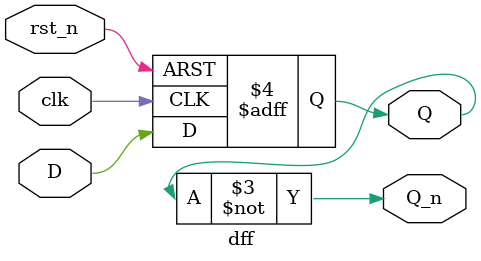
<source format=v>
module dff #(
    parameter DLY = 1
    )(
    input clk,    // Clock
    input rst_n,  // Asynchronous reset active low
    input D,

    output reg Q,
    output Q_n
);

always @(negedge rst_n or posedge clk) begin
    if(rst_n == 1'b0) begin
        Q <= 1'b1;
    end else begin
        Q <= #DLY D;
    end
end

assign Q_n = ~Q;

endmodule
</source>
